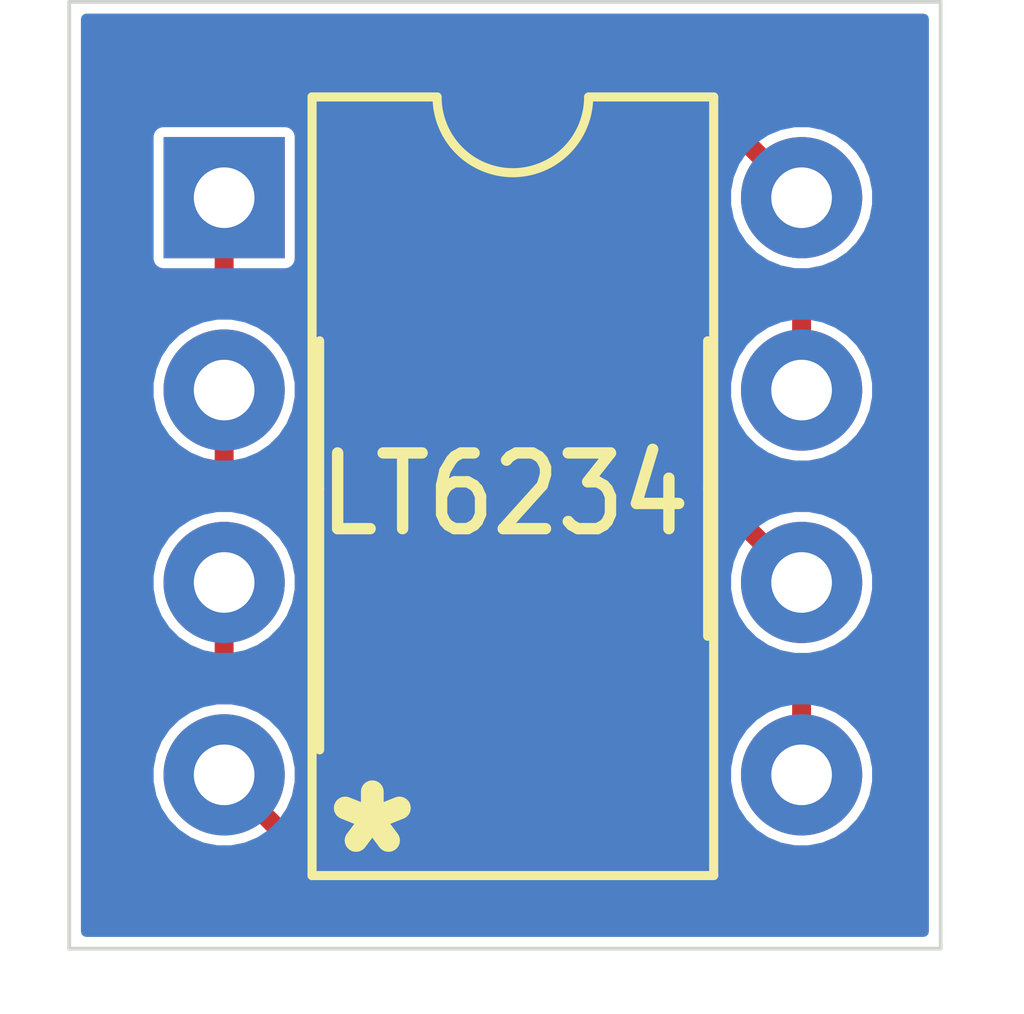
<source format=kicad_pcb>
(kicad_pcb (version 20171130) (host pcbnew 5.1.10)

  (general
    (thickness 1.6)
    (drawings 6)
    (tracks 46)
    (zones 0)
    (modules 2)
    (nets 9)
  )

  (page A4)
  (layers
    (0 F.Cu signal)
    (31 B.Cu signal)
    (32 B.Adhes user)
    (33 F.Adhes user)
    (34 B.Paste user)
    (35 F.Paste user)
    (36 B.SilkS user)
    (37 F.SilkS user)
    (38 B.Mask user)
    (39 F.Mask user)
    (40 Dwgs.User user)
    (41 Cmts.User user)
    (42 Eco1.User user)
    (43 Eco2.User user)
    (44 Edge.Cuts user)
    (45 Margin user)
    (46 B.CrtYd user)
    (47 F.CrtYd user)
    (48 B.Fab user)
    (49 F.Fab user)
  )

  (setup
    (last_trace_width 0.25)
    (trace_clearance 0.13)
    (zone_clearance 0.13)
    (zone_45_only no)
    (trace_min 0.2)
    (via_size 0.8)
    (via_drill 0.4)
    (via_min_size 0.4)
    (via_min_drill 0.3)
    (uvia_size 0.3)
    (uvia_drill 0.1)
    (uvias_allowed no)
    (uvia_min_size 0.2)
    (uvia_min_drill 0.1)
    (edge_width 0.05)
    (segment_width 0.2)
    (pcb_text_width 0.3)
    (pcb_text_size 1.5 1.5)
    (mod_edge_width 0.12)
    (mod_text_size 1 1)
    (mod_text_width 0.15)
    (pad_size 1.524 1.524)
    (pad_drill 0.762)
    (pad_to_mask_clearance 0)
    (aux_axis_origin 0 0)
    (visible_elements FFFFFF7F)
    (pcbplotparams
      (layerselection 0x3f0ff_ffffffff)
      (usegerberextensions false)
      (usegerberattributes true)
      (usegerberadvancedattributes true)
      (creategerberjobfile true)
      (excludeedgelayer true)
      (linewidth 0.100000)
      (plotframeref false)
      (viasonmask false)
      (mode 1)
      (useauxorigin false)
      (hpglpennumber 1)
      (hpglpenspeed 20)
      (hpglpendiameter 15.000000)
      (psnegative false)
      (psa4output false)
      (plotreference true)
      (plotvalue true)
      (plotinvisibletext false)
      (padsonsilk false)
      (subtractmaskfromsilk false)
      (outputformat 1)
      (mirror false)
      (drillshape 0)
      (scaleselection 1)
      (outputdirectory "gerbers/"))
  )

  (net 0 "")
  (net 1 "Net-(J1-Pad1)")
  (net 2 "Net-(J1-Pad5)")
  (net 3 "Net-(J1-Pad2)")
  (net 4 "Net-(J1-Pad6)")
  (net 5 "Net-(J1-Pad3)")
  (net 6 "Net-(J1-Pad7)")
  (net 7 "Net-(J1-Pad4)")
  (net 8 "Net-(J1-Pad8)")

  (net_class Default "This is the default net class."
    (clearance 0.13)
    (trace_width 0.25)
    (via_dia 0.8)
    (via_drill 0.4)
    (uvia_dia 0.3)
    (uvia_drill 0.1)
    (add_net "Net-(J1-Pad1)")
    (add_net "Net-(J1-Pad2)")
    (add_net "Net-(J1-Pad3)")
    (add_net "Net-(J1-Pad4)")
    (add_net "Net-(J1-Pad5)")
    (add_net "Net-(J1-Pad6)")
    (add_net "Net-(J1-Pad7)")
    (add_net "Net-(J1-Pad8)")
  )

  (module tastatur:DIP-8_W7.62mm-adapter (layer F.Cu) (tedit 61097A19) (tstamp 61096DA7)
    (at 53.545 26.585)
    (descr "8-lead though-hole mounted DIP package, row spacing 7.62 mm (300 mils)")
    (tags "THT DIP DIL PDIP 2.54mm 7.62mm 300mil")
    (path /610EC417)
    (fp_text reference J1 (at 3.81 -2.33) (layer F.SilkS) hide
      (effects (font (size 1 1) (thickness 0.15)))
    )
    (fp_text value Conn_01x08_Male (at 3.81 9.95) (layer F.Fab)
      (effects (font (size 1 1) (thickness 0.15)))
    )
    (fp_text user %R (at 3.81 3.81) (layer F.Fab)
      (effects (font (size 1 1) (thickness 0.15)))
    )
    (fp_arc (start 3.81 -1.33) (end 2.81 -1.33) (angle -180) (layer F.SilkS) (width 0.12))
    (fp_line (start 6.46 -1.33) (end 4.81 -1.33) (layer F.SilkS) (width 0.12))
    (fp_line (start 6.46 8.95) (end 6.46 -1.33) (layer F.SilkS) (width 0.12))
    (fp_line (start 1.16 8.95) (end 6.46 8.95) (layer F.SilkS) (width 0.12))
    (fp_line (start 1.16 -1.33) (end 1.16 8.95) (layer F.SilkS) (width 0.12))
    (fp_line (start 2.81 -1.33) (end 1.16 -1.33) (layer F.SilkS) (width 0.12))
    (pad 8 thru_hole oval (at 7.62 0) (size 1.6 1.6) (drill 0.8) (layers *.Cu *.Mask)
      (net 8 "Net-(J1-Pad8)"))
    (pad 4 thru_hole oval (at 0 7.62) (size 1.6 1.6) (drill 0.8) (layers *.Cu *.Mask)
      (net 7 "Net-(J1-Pad4)"))
    (pad 7 thru_hole oval (at 7.62 2.54) (size 1.6 1.6) (drill 0.8) (layers *.Cu *.Mask)
      (net 6 "Net-(J1-Pad7)"))
    (pad 3 thru_hole oval (at 0 5.08) (size 1.6 1.6) (drill 0.8) (layers *.Cu *.Mask)
      (net 5 "Net-(J1-Pad3)"))
    (pad 6 thru_hole oval (at 7.62 5.08) (size 1.6 1.6) (drill 0.8) (layers *.Cu *.Mask)
      (net 4 "Net-(J1-Pad6)"))
    (pad 2 thru_hole oval (at 0 2.54) (size 1.6 1.6) (drill 0.8) (layers *.Cu *.Mask)
      (net 3 "Net-(J1-Pad2)"))
    (pad 5 thru_hole oval (at 7.62 7.62) (size 1.6 1.6) (drill 0.8) (layers *.Cu *.Mask)
      (net 2 "Net-(J1-Pad5)"))
    (pad 1 thru_hole rect (at 0 0) (size 1.6 1.6) (drill 0.8) (layers *.Cu *.Mask)
      (net 1 "Net-(J1-Pad1)"))
    (model ${KISYS3DMOD}/Package_DIP.3dshapes/DIP-8_W7.62mm.wrl
      (at (xyz 0 0 0))
      (scale (xyz 1 1 1))
      (rotate (xyz 0 0 0))
    )
  )

  (module Package_SO:SOIC-8_3.9x4.9mm_P1.27mm (layer F.Cu) (tedit 5D9F72B1) (tstamp 6109717F)
    (at 57.365 30.425 90)
    (descr "SOIC, 8 Pin (JEDEC MS-012AA, https://www.analog.com/media/en/package-pcb-resources/package/pkg_pdf/soic_narrow-r/r_8.pdf), generated with kicad-footprint-generator ipc_gullwing_generator.py")
    (tags "SOIC SO")
    (path /610E4A57)
    (attr smd)
    (fp_text reference U1 (at 0.925 -8.615 180) (layer F.SilkS) hide
      (effects (font (size 1 1) (thickness 0.15)))
    )
    (fp_text value LT6234 (at -0.075 -0.115 180) (layer F.SilkS)
      (effects (font (size 1 0.9) (thickness 0.15)))
    )
    (fp_line (start 3.7 -2.7) (end -3.7 -2.7) (layer F.CrtYd) (width 0.05))
    (fp_line (start 3.7 2.7) (end 3.7 -2.7) (layer F.CrtYd) (width 0.05))
    (fp_line (start -3.7 2.7) (end 3.7 2.7) (layer F.CrtYd) (width 0.05))
    (fp_line (start -3.7 -2.7) (end -3.7 2.7) (layer F.CrtYd) (width 0.05))
    (fp_line (start -1.95 -1.475) (end -0.975 -2.45) (layer F.Fab) (width 0.1))
    (fp_line (start -1.95 2.45) (end -1.95 -1.475) (layer F.Fab) (width 0.1))
    (fp_line (start 1.95 2.45) (end -1.95 2.45) (layer F.Fab) (width 0.1))
    (fp_line (start 1.95 -2.45) (end 1.95 2.45) (layer F.Fab) (width 0.1))
    (fp_line (start -0.975 -2.45) (end 1.95 -2.45) (layer F.Fab) (width 0.1))
    (fp_line (start 0 -2.56) (end -3.45 -2.56) (layer F.SilkS) (width 0.12))
    (fp_line (start 0 -2.56) (end 1.95 -2.56) (layer F.SilkS) (width 0.12))
    (fp_line (start 0 2.56) (end -1.95 2.56) (layer F.SilkS) (width 0.12))
    (fp_line (start 0 2.56) (end 1.95 2.56) (layer F.SilkS) (width 0.12))
    (fp_text user %R (at 0 0 90) (layer F.Fab)
      (effects (font (size 0.98 0.98) (thickness 0.15)))
    )
    (pad 1 smd roundrect (at -2.475 -1.905 90) (size 1.95 0.6) (layers F.Cu F.Paste F.Mask) (roundrect_rratio 0.25)
      (net 1 "Net-(J1-Pad1)"))
    (pad 2 smd roundrect (at -2.475 -0.635 90) (size 1.95 0.6) (layers F.Cu F.Paste F.Mask) (roundrect_rratio 0.25)
      (net 3 "Net-(J1-Pad2)"))
    (pad 3 smd roundrect (at -2.475 0.635 90) (size 1.95 0.6) (layers F.Cu F.Paste F.Mask) (roundrect_rratio 0.25)
      (net 5 "Net-(J1-Pad3)"))
    (pad 4 smd roundrect (at -2.475 1.905 90) (size 1.95 0.6) (layers F.Cu F.Paste F.Mask) (roundrect_rratio 0.25)
      (net 7 "Net-(J1-Pad4)"))
    (pad 5 smd roundrect (at 2.475 1.905 90) (size 1.95 0.6) (layers F.Cu F.Paste F.Mask) (roundrect_rratio 0.25)
      (net 2 "Net-(J1-Pad5)"))
    (pad 6 smd roundrect (at 2.475 0.635 90) (size 1.95 0.6) (layers F.Cu F.Paste F.Mask) (roundrect_rratio 0.25)
      (net 4 "Net-(J1-Pad6)"))
    (pad 7 smd roundrect (at 2.475 -0.635 90) (size 1.95 0.6) (layers F.Cu F.Paste F.Mask) (roundrect_rratio 0.25)
      (net 6 "Net-(J1-Pad7)"))
    (pad 8 smd roundrect (at 2.475 -1.905 90) (size 1.95 0.6) (layers F.Cu F.Paste F.Mask) (roundrect_rratio 0.25)
      (net 8 "Net-(J1-Pad8)"))
    (model ${KISYS3DMOD}/Package_SO.3dshapes/SOIC-8_3.9x4.9mm_P1.27mm.wrl
      (at (xyz 0 0 0))
      (scale (xyz 1 1 1))
      (rotate (xyz 0 0 0))
    )
  )

  (gr_text * (at 55.5 35.25) (layer F.SilkS)
    (effects (font (size 1.5 1.5) (thickness 0.3)))
  )
  (gr_line (start 51.5 36.5) (end 51.5 24) (layer Edge.Cuts) (width 0.05) (tstamp 61096EA8))
  (gr_line (start 63 36.5) (end 51.5 36.5) (layer Edge.Cuts) (width 0.05))
  (gr_line (start 63 36) (end 63 36.5) (layer Edge.Cuts) (width 0.05))
  (gr_line (start 63 24) (end 63 36) (layer Edge.Cuts) (width 0.05))
  (gr_line (start 51.5 24) (end 63 24) (layer Edge.Cuts) (width 0.05))

  (segment (start 56.3844 34.2049) (end 55.46 33.2805) (width 0.25) (layer F.Cu) (net 1))
  (segment (start 55.46 33.2805) (end 55.46 33) (width 0.25) (layer F.Cu) (net 1))
  (segment (start 57.131 34.2049) (end 56.3844 34.2049) (width 0.25) (layer F.Cu) (net 1))
  (segment (start 57.365 33.9709) (end 57.131 34.2049) (width 0.25) (layer F.Cu) (net 1))
  (segment (start 57.365 31.615) (end 57.365 33.9709) (width 0.25) (layer F.Cu) (net 1))
  (segment (start 54.6703 28.9203) (end 57.365 31.615) (width 0.25) (layer F.Cu) (net 1))
  (segment (start 54.6703 28.5542) (end 54.6703 28.9203) (width 0.25) (layer F.Cu) (net 1))
  (segment (start 53.8264 27.7103) (end 54.6703 28.5542) (width 0.25) (layer F.Cu) (net 1))
  (segment (start 53.545 27.7103) (end 53.8264 27.7103) (width 0.25) (layer F.Cu) (net 1))
  (segment (start 53.545 26.585) (end 53.545 27.7103) (width 0.25) (layer F.Cu) (net 1))
  (segment (start 57.3619 26.9348) (end 57.6554 26.6413) (width 0.25) (layer F.Cu) (net 2))
  (segment (start 57.3619 29.3619) (end 57.3619 26.9348) (width 0.25) (layer F.Cu) (net 2))
  (segment (start 57.6554 26.6413) (end 58.4009 26.6413) (width 0.25) (layer F.Cu) (net 2))
  (segment (start 61.0797 33.0797) (end 57.3619 29.3619) (width 0.25) (layer F.Cu) (net 2))
  (segment (start 61.165 33.0797) (end 61.0797 33.0797) (width 0.25) (layer F.Cu) (net 2))
  (segment (start 61.165 34.205) (end 61.165 33.0797) (width 0.25) (layer F.Cu) (net 2))
  (segment (start 59.27 27.5104) (end 59.27 27.85) (width 0.25) (layer F.Cu) (net 2))
  (segment (start 58.4009 26.6413) (end 59.27 27.5104) (width 0.25) (layer F.Cu) (net 2))
  (segment (start 53.545 30.2503) (end 53.545 29.125) (width 0.25) (layer F.Cu) (net 3))
  (segment (start 54.7503 30.2503) (end 53.545 30.2503) (width 0.25) (layer F.Cu) (net 3))
  (segment (start 56.73 32.23) (end 54.7503 30.2503) (width 0.25) (layer F.Cu) (net 3))
  (segment (start 56.73 33) (end 56.73 32.23) (width 0.25) (layer F.Cu) (net 3))
  (segment (start 58 28.5) (end 58 27.85) (width 0.25) (layer F.Cu) (net 4))
  (segment (start 61.165 31.665) (end 58 28.5) (width 0.25) (layer F.Cu) (net 4))
  (segment (start 53.545 32.7903) (end 53.7754 32.7903) (width 0.25) (layer F.Cu) (net 5))
  (segment (start 53.7754 32.7903) (end 54.6703 33.6852) (width 0.25) (layer F.Cu) (net 5))
  (segment (start 54.6703 33.6852) (end 54.6703 33.8132) (width 0.25) (layer F.Cu) (net 5))
  (segment (start 54.6703 33.8132) (end 55.5124 34.6553) (width 0.25) (layer F.Cu) (net 5))
  (segment (start 55.5124 34.6553) (end 57.3175 34.6553) (width 0.25) (layer F.Cu) (net 5))
  (segment (start 57.3175 34.6553) (end 58 33.9728) (width 0.25) (layer F.Cu) (net 5))
  (segment (start 58 33.9728) (end 58 33) (width 0.25) (layer F.Cu) (net 5))
  (segment (start 53.545 31.665) (end 53.545 32.7903) (width 0.25) (layer F.Cu) (net 5))
  (segment (start 61.165 27.9997) (end 60.9669 27.9997) (width 0.25) (layer F.Cu) (net 6))
  (segment (start 60.9669 27.9997) (end 59.1582 26.191) (width 0.25) (layer F.Cu) (net 6))
  (segment (start 59.1582 26.191) (end 57.4688 26.191) (width 0.25) (layer F.Cu) (net 6))
  (segment (start 57.4688 26.191) (end 56.73 26.9298) (width 0.25) (layer F.Cu) (net 6))
  (segment (start 56.73 26.9298) (end 56.73 27.85) (width 0.25) (layer F.Cu) (net 6))
  (segment (start 61.165 29.125) (end 61.165 27.9997) (width 0.25) (layer F.Cu) (net 6))
  (segment (start 53.545 34.205) (end 54.4737 35.1337) (width 0.25) (layer F.Cu) (net 7))
  (segment (start 54.4737 35.1337) (end 57.4997 35.1337) (width 0.25) (layer F.Cu) (net 7))
  (segment (start 57.4997 35.1337) (end 59.27 33.3634) (width 0.25) (layer F.Cu) (net 7))
  (segment (start 59.27 33.3634) (end 59.27 33) (width 0.25) (layer F.Cu) (net 7))
  (segment (start 61.165 26.585) (end 60.3153 25.7353) (width 0.25) (layer F.Cu) (net 8))
  (segment (start 60.3153 25.7353) (end 57.2838 25.7353) (width 0.25) (layer F.Cu) (net 8))
  (segment (start 57.2838 25.7353) (end 55.46 27.5591) (width 0.25) (layer F.Cu) (net 8))
  (segment (start 55.46 27.5591) (end 55.46 27.85) (width 0.25) (layer F.Cu) (net 8))

  (zone (net 0) (net_name "") (layer F.Cu) (tstamp 6109DC1E) (hatch edge 0.508)
    (connect_pads (clearance 0.14))
    (min_thickness 0.15)
    (fill yes (arc_segments 32) (thermal_gap 0.508) (thermal_bridge_width 0.508))
    (polygon
      (pts
        (xy 63 36.5) (xy 51.5 36.5) (xy 51.5 24) (xy 63 24)
      )
    )
    (filled_polygon
      (pts
        (xy 62.760001 35.988204) (xy 62.76 35.988214) (xy 62.760001 36.26) (xy 51.74 36.26) (xy 51.74 25.785)
        (xy 52.52896 25.785) (xy 52.52896 27.385) (xy 52.533111 27.427147) (xy 52.545405 27.467675) (xy 52.565369 27.505025)
        (xy 52.592237 27.537763) (xy 52.624975 27.564631) (xy 52.662325 27.584595) (xy 52.702853 27.596889) (xy 52.745 27.60104)
        (xy 53.205001 27.60104) (xy 53.205001 27.693589) (xy 53.203355 27.7103) (xy 53.20992 27.776952) (xy 53.229361 27.841042)
        (xy 53.260933 27.900108) (xy 53.303421 27.951879) (xy 53.355192 27.994367) (xy 53.414258 28.025939) (xy 53.478348 28.04538)
        (xy 53.528299 28.0503) (xy 53.545 28.051945) (xy 53.561701 28.0503) (xy 53.685569 28.0503) (xy 53.770174 28.134905)
        (xy 53.644969 28.11) (xy 53.445031 28.11) (xy 53.248935 28.149006) (xy 53.064217 28.225519) (xy 52.897975 28.336598)
        (xy 52.756598 28.477975) (xy 52.645519 28.644217) (xy 52.569006 28.828935) (xy 52.53 29.025031) (xy 52.53 29.224969)
        (xy 52.569006 29.421065) (xy 52.645519 29.605783) (xy 52.756598 29.772025) (xy 52.897975 29.913402) (xy 53.064217 30.024481)
        (xy 53.205 30.082796) (xy 53.205 30.233599) (xy 53.203355 30.2503) (xy 53.20992 30.316952) (xy 53.229361 30.381042)
        (xy 53.260933 30.440108) (xy 53.303421 30.491879) (xy 53.355192 30.534367) (xy 53.414258 30.565939) (xy 53.478348 30.58538)
        (xy 53.545 30.591945) (xy 53.561701 30.5903) (xy 54.609469 30.5903) (xy 55.762783 31.743614) (xy 55.750077 31.736823)
        (xy 55.681411 31.715993) (xy 55.61 31.70896) (xy 55.31 31.70896) (xy 55.238589 31.715993) (xy 55.169923 31.736823)
        (xy 55.106639 31.770649) (xy 55.051171 31.816171) (xy 55.005649 31.871639) (xy 54.971823 31.934923) (xy 54.950993 32.003589)
        (xy 54.94396 32.075) (xy 54.94396 33.482712) (xy 54.934805 33.471556) (xy 54.922525 33.456593) (xy 54.922521 33.456589)
        (xy 54.911878 33.443621) (xy 54.898911 33.432979) (xy 54.028558 32.562627) (xy 54.192025 32.453402) (xy 54.333402 32.312025)
        (xy 54.444481 32.145783) (xy 54.520994 31.961065) (xy 54.56 31.764969) (xy 54.56 31.565031) (xy 54.520994 31.368935)
        (xy 54.444481 31.184217) (xy 54.333402 31.017975) (xy 54.192025 30.876598) (xy 54.025783 30.765519) (xy 53.841065 30.689006)
        (xy 53.644969 30.65) (xy 53.445031 30.65) (xy 53.248935 30.689006) (xy 53.064217 30.765519) (xy 52.897975 30.876598)
        (xy 52.756598 31.017975) (xy 52.645519 31.184217) (xy 52.569006 31.368935) (xy 52.53 31.565031) (xy 52.53 31.764969)
        (xy 52.569006 31.961065) (xy 52.645519 32.145783) (xy 52.756598 32.312025) (xy 52.897975 32.453402) (xy 53.064217 32.564481)
        (xy 53.205001 32.622796) (xy 53.205001 32.773589) (xy 53.203355 32.7903) (xy 53.20992 32.856952) (xy 53.229361 32.921042)
        (xy 53.260933 32.980108) (xy 53.303421 33.031879) (xy 53.355192 33.074367) (xy 53.414258 33.105939) (xy 53.478348 33.12538)
        (xy 53.528299 33.1303) (xy 53.545 33.131945) (xy 53.561701 33.1303) (xy 53.634569 33.1303) (xy 53.70651 33.202241)
        (xy 53.644969 33.19) (xy 53.445031 33.19) (xy 53.248935 33.229006) (xy 53.064217 33.305519) (xy 52.897975 33.416598)
        (xy 52.756598 33.557975) (xy 52.645519 33.724217) (xy 52.569006 33.908935) (xy 52.53 34.105031) (xy 52.53 34.304969)
        (xy 52.569006 34.501065) (xy 52.645519 34.685783) (xy 52.756598 34.852025) (xy 52.897975 34.993402) (xy 53.064217 35.104481)
        (xy 53.248935 35.180994) (xy 53.445031 35.22) (xy 53.644969 35.22) (xy 53.841065 35.180994) (xy 53.981847 35.12268)
        (xy 54.221479 35.362312) (xy 54.232121 35.375279) (xy 54.245087 35.38592) (xy 54.245092 35.385925) (xy 54.283892 35.417767)
        (xy 54.342958 35.449339) (xy 54.407048 35.46878) (xy 54.456999 35.4737) (xy 54.457006 35.4737) (xy 54.473699 35.475344)
        (xy 54.490392 35.4737) (xy 57.483007 35.4737) (xy 57.4997 35.475344) (xy 57.516393 35.4737) (xy 57.516401 35.4737)
        (xy 57.566352 35.46878) (xy 57.630442 35.449339) (xy 57.689508 35.417767) (xy 57.741279 35.375279) (xy 57.751929 35.362302)
        (xy 59.0345 34.079733) (xy 59.048589 34.084007) (xy 59.12 34.09104) (xy 59.42 34.09104) (xy 59.491411 34.084007)
        (xy 59.560077 34.063177) (xy 59.623361 34.029351) (xy 59.678829 33.983829) (xy 59.724351 33.928361) (xy 59.758177 33.865077)
        (xy 59.779007 33.796411) (xy 59.78604 33.725) (xy 59.78604 32.266872) (xy 60.783543 33.264376) (xy 60.684217 33.305519)
        (xy 60.517975 33.416598) (xy 60.376598 33.557975) (xy 60.265519 33.724217) (xy 60.189006 33.908935) (xy 60.15 34.105031)
        (xy 60.15 34.304969) (xy 60.189006 34.501065) (xy 60.265519 34.685783) (xy 60.376598 34.852025) (xy 60.517975 34.993402)
        (xy 60.684217 35.104481) (xy 60.868935 35.180994) (xy 61.065031 35.22) (xy 61.264969 35.22) (xy 61.461065 35.180994)
        (xy 61.645783 35.104481) (xy 61.812025 34.993402) (xy 61.953402 34.852025) (xy 62.064481 34.685783) (xy 62.140994 34.501065)
        (xy 62.18 34.304969) (xy 62.18 34.105031) (xy 62.140994 33.908935) (xy 62.064481 33.724217) (xy 61.953402 33.557975)
        (xy 61.812025 33.416598) (xy 61.645783 33.305519) (xy 61.505 33.247205) (xy 61.505 33.096401) (xy 61.506645 33.0797)
        (xy 61.50008 33.013048) (xy 61.480639 32.948958) (xy 61.449067 32.889892) (xy 61.406579 32.838121) (xy 61.354808 32.795633)
        (xy 61.295742 32.764061) (xy 61.231652 32.74462) (xy 61.224776 32.743943) (xy 61.160833 32.68) (xy 61.264969 32.68)
        (xy 61.461065 32.640994) (xy 61.645783 32.564481) (xy 61.812025 32.453402) (xy 61.953402 32.312025) (xy 62.064481 32.145783)
        (xy 62.140994 31.961065) (xy 62.18 31.764969) (xy 62.18 31.565031) (xy 62.140994 31.368935) (xy 62.064481 31.184217)
        (xy 61.953402 31.017975) (xy 61.812025 30.876598) (xy 61.645783 30.765519) (xy 61.461065 30.689006) (xy 61.264969 30.65)
        (xy 61.065031 30.65) (xy 60.868935 30.689006) (xy 60.728152 30.74732) (xy 59.121871 29.14104) (xy 59.42 29.14104)
        (xy 59.491411 29.134007) (xy 59.560077 29.113177) (xy 59.623361 29.079351) (xy 59.678829 29.033829) (xy 59.724351 28.978361)
        (xy 59.758177 28.915077) (xy 59.779007 28.846411) (xy 59.78604 28.775) (xy 59.78604 27.299671) (xy 60.703783 28.217415)
        (xy 60.684217 28.225519) (xy 60.517975 28.336598) (xy 60.376598 28.477975) (xy 60.265519 28.644217) (xy 60.189006 28.828935)
        (xy 60.15 29.025031) (xy 60.15 29.224969) (xy 60.189006 29.421065) (xy 60.265519 29.605783) (xy 60.376598 29.772025)
        (xy 60.517975 29.913402) (xy 60.684217 30.024481) (xy 60.868935 30.100994) (xy 61.065031 30.14) (xy 61.264969 30.14)
        (xy 61.461065 30.100994) (xy 61.645783 30.024481) (xy 61.812025 29.913402) (xy 61.953402 29.772025) (xy 62.064481 29.605783)
        (xy 62.140994 29.421065) (xy 62.18 29.224969) (xy 62.18 29.025031) (xy 62.140994 28.828935) (xy 62.064481 28.644217)
        (xy 61.953402 28.477975) (xy 61.812025 28.336598) (xy 61.645783 28.225519) (xy 61.505 28.167205) (xy 61.505 28.016401)
        (xy 61.506645 27.9997) (xy 61.50008 27.933048) (xy 61.480639 27.868958) (xy 61.449067 27.809892) (xy 61.406579 27.758121)
        (xy 61.354808 27.715633) (xy 61.295742 27.684061) (xy 61.231652 27.66462) (xy 61.181701 27.6597) (xy 61.165 27.658055)
        (xy 61.148299 27.6597) (xy 61.107732 27.6597) (xy 61.043811 27.595779) (xy 61.065031 27.6) (xy 61.264969 27.6)
        (xy 61.461065 27.560994) (xy 61.645783 27.484481) (xy 61.812025 27.373402) (xy 61.953402 27.232025) (xy 62.064481 27.065783)
        (xy 62.140994 26.881065) (xy 62.18 26.684969) (xy 62.18 26.485031) (xy 62.140994 26.288935) (xy 62.064481 26.104217)
        (xy 61.953402 25.937975) (xy 61.812025 25.796598) (xy 61.645783 25.685519) (xy 61.461065 25.609006) (xy 61.264969 25.57)
        (xy 61.065031 25.57) (xy 60.868935 25.609006) (xy 60.728152 25.66732) (xy 60.567529 25.506698) (xy 60.556879 25.493721)
        (xy 60.505108 25.451233) (xy 60.446042 25.419661) (xy 60.381952 25.40022) (xy 60.332001 25.3953) (xy 60.331993 25.3953)
        (xy 60.3153 25.393656) (xy 60.298607 25.3953) (xy 57.300493 25.3953) (xy 57.2838 25.393656) (xy 57.267107 25.3953)
        (xy 57.267099 25.3953) (xy 57.217148 25.40022) (xy 57.153058 25.419661) (xy 57.093992 25.451233) (xy 57.042221 25.493721)
        (xy 57.031575 25.506693) (xy 55.750969 26.7873) (xy 55.750077 26.786823) (xy 55.681411 26.765993) (xy 55.61 26.75896)
        (xy 55.31 26.75896) (xy 55.238589 26.765993) (xy 55.169923 26.786823) (xy 55.106639 26.820649) (xy 55.051171 26.866171)
        (xy 55.005649 26.921639) (xy 54.971823 26.984923) (xy 54.950993 27.053589) (xy 54.94396 27.125) (xy 54.94396 28.351711)
        (xy 54.922525 28.325593) (xy 54.922521 28.325589) (xy 54.911878 28.312621) (xy 54.898911 28.301979) (xy 54.197971 27.60104)
        (xy 54.345 27.60104) (xy 54.387147 27.596889) (xy 54.427675 27.584595) (xy 54.465025 27.564631) (xy 54.497763 27.537763)
        (xy 54.524631 27.505025) (xy 54.544595 27.467675) (xy 54.556889 27.427147) (xy 54.56104 27.385) (xy 54.56104 25.785)
        (xy 54.556889 25.742853) (xy 54.544595 25.702325) (xy 54.524631 25.664975) (xy 54.497763 25.632237) (xy 54.465025 25.605369)
        (xy 54.427675 25.585405) (xy 54.387147 25.573111) (xy 54.345 25.56896) (xy 52.745 25.56896) (xy 52.702853 25.573111)
        (xy 52.662325 25.585405) (xy 52.624975 25.605369) (xy 52.592237 25.632237) (xy 52.565369 25.664975) (xy 52.545405 25.702325)
        (xy 52.533111 25.742853) (xy 52.52896 25.785) (xy 51.74 25.785) (xy 51.74 24.24) (xy 62.76 24.24)
      )
    )
    (filled_polygon
      (pts
        (xy 55.169967 34.7937) (xy 54.614533 34.7937) (xy 54.46268 34.641847) (xy 54.520994 34.501065) (xy 54.56 34.304969)
        (xy 54.56 34.183731)
      )
    )
    (filled_polygon
      (pts
        (xy 56.013968 34.3153) (xy 55.653233 34.3153) (xy 55.428972 34.09104) (xy 55.61 34.09104) (xy 55.681411 34.084007)
        (xy 55.750077 34.063177) (xy 55.757746 34.059078)
      )
    )
    (filled_polygon
      (pts
        (xy 56.21396 28.775) (xy 56.220993 28.846411) (xy 56.241823 28.915077) (xy 56.275649 28.978361) (xy 56.321171 29.033829)
        (xy 56.376639 29.079351) (xy 56.439923 29.113177) (xy 56.508589 29.134007) (xy 56.58 29.14104) (xy 56.88 29.14104)
        (xy 56.951411 29.134007) (xy 57.020077 29.113177) (xy 57.0219 29.112203) (xy 57.0219 29.345207) (xy 57.020256 29.3619)
        (xy 57.0219 29.378593) (xy 57.0219 29.3786) (xy 57.02682 29.428551) (xy 57.046261 29.492641) (xy 57.077833 29.551707)
        (xy 57.120321 29.603478) (xy 57.133294 29.614125) (xy 59.228128 31.70896) (xy 59.12 31.70896) (xy 59.048589 31.715993)
        (xy 58.979923 31.736823) (xy 58.916639 31.770649) (xy 58.861171 31.816171) (xy 58.815649 31.871639) (xy 58.781823 31.934923)
        (xy 58.760993 32.003589) (xy 58.75396 32.075) (xy 58.75396 33.398607) (xy 58.51604 33.636528) (xy 58.51604 32.075)
        (xy 58.509007 32.003589) (xy 58.488177 31.934923) (xy 58.454351 31.871639) (xy 58.408829 31.816171) (xy 58.353361 31.770649)
        (xy 58.290077 31.736823) (xy 58.221411 31.715993) (xy 58.15 31.70896) (xy 57.85 31.70896) (xy 57.778589 31.715993)
        (xy 57.709923 31.736823) (xy 57.705 31.739454) (xy 57.705 31.631692) (xy 57.706644 31.614999) (xy 57.705 31.598306)
        (xy 57.705 31.598299) (xy 57.70008 31.548348) (xy 57.680639 31.484258) (xy 57.649067 31.425192) (xy 57.647614 31.423421)
        (xy 57.617225 31.386392) (xy 57.617216 31.386383) (xy 57.606578 31.373421) (xy 57.593617 31.362784) (xy 55.371871 29.14104)
        (xy 55.61 29.14104) (xy 55.681411 29.134007) (xy 55.750077 29.113177) (xy 55.813361 29.079351) (xy 55.868829 29.033829)
        (xy 55.914351 28.978361) (xy 55.948177 28.915077) (xy 55.969007 28.846411) (xy 55.97604 28.775) (xy 55.97604 27.523891)
        (xy 56.21396 27.285971)
      )
    )
    (filled_polygon
      (pts
        (xy 56.21396 32.194792) (xy 56.21396 33.553628) (xy 55.97604 33.315709) (xy 55.97604 32.075) (xy 55.969007 32.003589)
        (xy 55.948177 31.934923) (xy 55.941386 31.922217)
      )
    )
    (filled_polygon
      (pts
        (xy 56.999856 31.730689) (xy 56.951411 31.715993) (xy 56.88 31.70896) (xy 56.689792 31.70896) (xy 55.00253 30.021699)
        (xy 54.991879 30.008721) (xy 54.940108 29.966233) (xy 54.881042 29.934661) (xy 54.816952 29.91522) (xy 54.767001 29.9103)
        (xy 54.766993 29.9103) (xy 54.7503 29.908656) (xy 54.733607 29.9103) (xy 54.195127 29.9103) (xy 54.333402 29.772025)
        (xy 54.444481 29.605783) (xy 54.520994 29.421065) (xy 54.549073 29.279904)
      )
    )
    (filled_polygon
      (pts
        (xy 57.709923 29.113177) (xy 57.778589 29.134007) (xy 57.85 29.14104) (xy 58.15 29.14104) (xy 58.159294 29.140125)
        (xy 60.24732 31.228152) (xy 60.189006 31.368935) (xy 60.15 31.565031) (xy 60.15 31.669168) (xy 57.7019 29.221069)
        (xy 57.7019 29.108889)
      )
    )
    (filled_polygon
      (pts
        (xy 58.75396 27.475192) (xy 58.75396 28.773129) (xy 58.51604 28.535209) (xy 58.51604 27.237271)
      )
    )
    (filled_polygon
      (pts
        (xy 59.245329 26.75896) (xy 59.12 26.75896) (xy 59.048589 26.765993) (xy 59.016238 26.775807) (xy 58.771431 26.531)
        (xy 59.017369 26.531)
      )
    )
    (filled_polygon
      (pts
        (xy 60.24732 26.148152) (xy 60.189006 26.288935) (xy 60.15 26.485031) (xy 60.15 26.684969) (xy 60.154221 26.70619)
        (xy 59.523331 26.0753) (xy 60.174469 26.0753)
      )
    )
  )
  (zone (net 0) (net_name "") (layer B.Cu) (tstamp 6109DC1B) (hatch edge 0.508)
    (connect_pads (clearance 0.13))
    (min_thickness 0.14)
    (fill yes (arc_segments 32) (thermal_gap 0.508) (thermal_bridge_width 0.508))
    (polygon
      (pts
        (xy 63 36.5) (xy 51.5 36.5) (xy 51.5 24) (xy 63 24)
      )
    )
    (filled_polygon
      (pts
        (xy 62.775001 35.988944) (xy 62.775 35.988954) (xy 62.775001 36.275) (xy 51.725 36.275) (xy 51.725 34.106509)
        (xy 52.545 34.106509) (xy 52.545 34.303491) (xy 52.583429 34.496689) (xy 52.658811 34.678678) (xy 52.768249 34.842463)
        (xy 52.907537 34.981751) (xy 53.071322 35.091189) (xy 53.253311 35.166571) (xy 53.446509 35.205) (xy 53.643491 35.205)
        (xy 53.836689 35.166571) (xy 54.018678 35.091189) (xy 54.182463 34.981751) (xy 54.321751 34.842463) (xy 54.431189 34.678678)
        (xy 54.506571 34.496689) (xy 54.545 34.303491) (xy 54.545 34.106509) (xy 60.165 34.106509) (xy 60.165 34.303491)
        (xy 60.203429 34.496689) (xy 60.278811 34.678678) (xy 60.388249 34.842463) (xy 60.527537 34.981751) (xy 60.691322 35.091189)
        (xy 60.873311 35.166571) (xy 61.066509 35.205) (xy 61.263491 35.205) (xy 61.456689 35.166571) (xy 61.638678 35.091189)
        (xy 61.802463 34.981751) (xy 61.941751 34.842463) (xy 62.051189 34.678678) (xy 62.126571 34.496689) (xy 62.165 34.303491)
        (xy 62.165 34.106509) (xy 62.126571 33.913311) (xy 62.051189 33.731322) (xy 61.941751 33.567537) (xy 61.802463 33.428249)
        (xy 61.638678 33.318811) (xy 61.456689 33.243429) (xy 61.263491 33.205) (xy 61.066509 33.205) (xy 60.873311 33.243429)
        (xy 60.691322 33.318811) (xy 60.527537 33.428249) (xy 60.388249 33.567537) (xy 60.278811 33.731322) (xy 60.203429 33.913311)
        (xy 60.165 34.106509) (xy 54.545 34.106509) (xy 54.506571 33.913311) (xy 54.431189 33.731322) (xy 54.321751 33.567537)
        (xy 54.182463 33.428249) (xy 54.018678 33.318811) (xy 53.836689 33.243429) (xy 53.643491 33.205) (xy 53.446509 33.205)
        (xy 53.253311 33.243429) (xy 53.071322 33.318811) (xy 52.907537 33.428249) (xy 52.768249 33.567537) (xy 52.658811 33.731322)
        (xy 52.583429 33.913311) (xy 52.545 34.106509) (xy 51.725 34.106509) (xy 51.725 31.566509) (xy 52.545 31.566509)
        (xy 52.545 31.763491) (xy 52.583429 31.956689) (xy 52.658811 32.138678) (xy 52.768249 32.302463) (xy 52.907537 32.441751)
        (xy 53.071322 32.551189) (xy 53.253311 32.626571) (xy 53.446509 32.665) (xy 53.643491 32.665) (xy 53.836689 32.626571)
        (xy 54.018678 32.551189) (xy 54.182463 32.441751) (xy 54.321751 32.302463) (xy 54.431189 32.138678) (xy 54.506571 31.956689)
        (xy 54.545 31.763491) (xy 54.545 31.566509) (xy 60.165 31.566509) (xy 60.165 31.763491) (xy 60.203429 31.956689)
        (xy 60.278811 32.138678) (xy 60.388249 32.302463) (xy 60.527537 32.441751) (xy 60.691322 32.551189) (xy 60.873311 32.626571)
        (xy 61.066509 32.665) (xy 61.263491 32.665) (xy 61.456689 32.626571) (xy 61.638678 32.551189) (xy 61.802463 32.441751)
        (xy 61.941751 32.302463) (xy 62.051189 32.138678) (xy 62.126571 31.956689) (xy 62.165 31.763491) (xy 62.165 31.566509)
        (xy 62.126571 31.373311) (xy 62.051189 31.191322) (xy 61.941751 31.027537) (xy 61.802463 30.888249) (xy 61.638678 30.778811)
        (xy 61.456689 30.703429) (xy 61.263491 30.665) (xy 61.066509 30.665) (xy 60.873311 30.703429) (xy 60.691322 30.778811)
        (xy 60.527537 30.888249) (xy 60.388249 31.027537) (xy 60.278811 31.191322) (xy 60.203429 31.373311) (xy 60.165 31.566509)
        (xy 54.545 31.566509) (xy 54.506571 31.373311) (xy 54.431189 31.191322) (xy 54.321751 31.027537) (xy 54.182463 30.888249)
        (xy 54.018678 30.778811) (xy 53.836689 30.703429) (xy 53.643491 30.665) (xy 53.446509 30.665) (xy 53.253311 30.703429)
        (xy 53.071322 30.778811) (xy 52.907537 30.888249) (xy 52.768249 31.027537) (xy 52.658811 31.191322) (xy 52.583429 31.373311)
        (xy 52.545 31.566509) (xy 51.725 31.566509) (xy 51.725 29.026509) (xy 52.545 29.026509) (xy 52.545 29.223491)
        (xy 52.583429 29.416689) (xy 52.658811 29.598678) (xy 52.768249 29.762463) (xy 52.907537 29.901751) (xy 53.071322 30.011189)
        (xy 53.253311 30.086571) (xy 53.446509 30.125) (xy 53.643491 30.125) (xy 53.836689 30.086571) (xy 54.018678 30.011189)
        (xy 54.182463 29.901751) (xy 54.321751 29.762463) (xy 54.431189 29.598678) (xy 54.506571 29.416689) (xy 54.545 29.223491)
        (xy 54.545 29.026509) (xy 60.165 29.026509) (xy 60.165 29.223491) (xy 60.203429 29.416689) (xy 60.278811 29.598678)
        (xy 60.388249 29.762463) (xy 60.527537 29.901751) (xy 60.691322 30.011189) (xy 60.873311 30.086571) (xy 61.066509 30.125)
        (xy 61.263491 30.125) (xy 61.456689 30.086571) (xy 61.638678 30.011189) (xy 61.802463 29.901751) (xy 61.941751 29.762463)
        (xy 62.051189 29.598678) (xy 62.126571 29.416689) (xy 62.165 29.223491) (xy 62.165 29.026509) (xy 62.126571 28.833311)
        (xy 62.051189 28.651322) (xy 61.941751 28.487537) (xy 61.802463 28.348249) (xy 61.638678 28.238811) (xy 61.456689 28.163429)
        (xy 61.263491 28.125) (xy 61.066509 28.125) (xy 60.873311 28.163429) (xy 60.691322 28.238811) (xy 60.527537 28.348249)
        (xy 60.388249 28.487537) (xy 60.278811 28.651322) (xy 60.203429 28.833311) (xy 60.165 29.026509) (xy 54.545 29.026509)
        (xy 54.506571 28.833311) (xy 54.431189 28.651322) (xy 54.321751 28.487537) (xy 54.182463 28.348249) (xy 54.018678 28.238811)
        (xy 53.836689 28.163429) (xy 53.643491 28.125) (xy 53.446509 28.125) (xy 53.253311 28.163429) (xy 53.071322 28.238811)
        (xy 52.907537 28.348249) (xy 52.768249 28.487537) (xy 52.658811 28.651322) (xy 52.583429 28.833311) (xy 52.545 29.026509)
        (xy 51.725 29.026509) (xy 51.725 25.785) (xy 52.544033 25.785) (xy 52.544033 27.385) (xy 52.547895 27.424207)
        (xy 52.559331 27.461907) (xy 52.577902 27.496651) (xy 52.602895 27.527105) (xy 52.633349 27.552098) (xy 52.668093 27.570669)
        (xy 52.705793 27.582105) (xy 52.745 27.585967) (xy 54.345 27.585967) (xy 54.384207 27.582105) (xy 54.421907 27.570669)
        (xy 54.456651 27.552098) (xy 54.487105 27.527105) (xy 54.512098 27.496651) (xy 54.530669 27.461907) (xy 54.542105 27.424207)
        (xy 54.545967 27.385) (xy 54.545967 26.486509) (xy 60.165 26.486509) (xy 60.165 26.683491) (xy 60.203429 26.876689)
        (xy 60.278811 27.058678) (xy 60.388249 27.222463) (xy 60.527537 27.361751) (xy 60.691322 27.471189) (xy 60.873311 27.546571)
        (xy 61.066509 27.585) (xy 61.263491 27.585) (xy 61.456689 27.546571) (xy 61.638678 27.471189) (xy 61.802463 27.361751)
        (xy 61.941751 27.222463) (xy 62.051189 27.058678) (xy 62.126571 26.876689) (xy 62.165 26.683491) (xy 62.165 26.486509)
        (xy 62.126571 26.293311) (xy 62.051189 26.111322) (xy 61.941751 25.947537) (xy 61.802463 25.808249) (xy 61.638678 25.698811)
        (xy 61.456689 25.623429) (xy 61.263491 25.585) (xy 61.066509 25.585) (xy 60.873311 25.623429) (xy 60.691322 25.698811)
        (xy 60.527537 25.808249) (xy 60.388249 25.947537) (xy 60.278811 26.111322) (xy 60.203429 26.293311) (xy 60.165 26.486509)
        (xy 54.545967 26.486509) (xy 54.545967 25.785) (xy 54.542105 25.745793) (xy 54.530669 25.708093) (xy 54.512098 25.673349)
        (xy 54.487105 25.642895) (xy 54.456651 25.617902) (xy 54.421907 25.599331) (xy 54.384207 25.587895) (xy 54.345 25.584033)
        (xy 52.745 25.584033) (xy 52.705793 25.587895) (xy 52.668093 25.599331) (xy 52.633349 25.617902) (xy 52.602895 25.642895)
        (xy 52.577902 25.673349) (xy 52.559331 25.708093) (xy 52.547895 25.745793) (xy 52.544033 25.785) (xy 51.725 25.785)
        (xy 51.725 24.225) (xy 62.775 24.225)
      )
    )
  )
)

</source>
